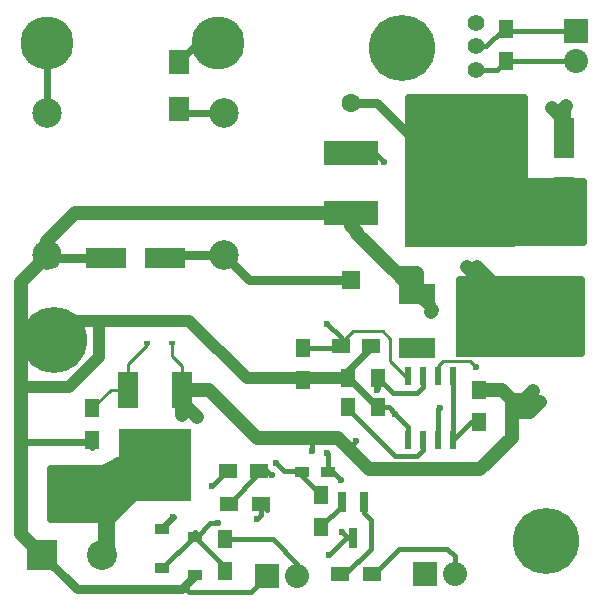
<source format=gbl>
G04 #@! TF.FileFunction,Copper,L2,Bot,Signal*
%FSLAX46Y46*%
G04 Gerber Fmt 4.6, Leading zero omitted, Abs format (unit mm)*
G04 Created by KiCad (PCBNEW 0.201603210401+6634~43~ubuntu14.04.1-product) date mån 28 mar 2016 16:54:20*
%MOMM*%
G01*
G04 APERTURE LIST*
%ADD10C,0.050000*%
%ADD11C,2.500000*%
%ADD12R,1.250000X1.500000*%
%ADD13R,1.500000X1.250000*%
%ADD14R,1.600000X1.600000*%
%ADD15C,1.600000*%
%ADD16R,1.220000X0.910000*%
%ADD17R,0.590000X0.450000*%
%ADD18R,1.800860X3.500120*%
%ADD19R,3.500120X1.800860*%
%ADD20C,1.400000*%
%ADD21R,2.032000X2.032000*%
%ADD22O,2.032000X2.032000*%
%ADD23C,4.500880*%
%ADD24R,1.651000X3.048000*%
%ADD25R,6.096000X6.096000*%
%ADD26R,0.800100X1.800860*%
%ADD27R,3.048000X1.651000*%
%ADD28R,1.300000X1.500000*%
%ADD29R,1.500000X1.300000*%
%ADD30R,1.700000X2.000000*%
%ADD31R,1.200000X0.900000*%
%ADD32R,9.400000X10.800000*%
%ADD33R,4.600000X2.000000*%
%ADD34R,0.600000X1.550000*%
%ADD35R,2.540000X2.540000*%
%ADD36C,2.540000*%
%ADD37C,5.600000*%
%ADD38C,0.600000*%
%ADD39C,1.200000*%
%ADD40C,0.400000*%
%ADD41C,0.600000*%
%ADD42C,0.250000*%
%ADD43C,1.000000*%
%ADD44C,0.800000*%
%ADD45C,0.500000*%
G04 APERTURE END LIST*
D10*
D11*
X118244000Y-120808000D03*
X103244000Y-120808000D03*
X103244000Y-108808000D03*
X118244000Y-108808000D03*
D12*
X128778000Y-133711000D03*
X128778000Y-131211000D03*
X131318000Y-131211000D03*
X131318000Y-133711000D03*
D13*
X128163000Y-128524000D03*
X130663000Y-128524000D03*
D14*
X129032000Y-122936000D03*
D15*
X129032000Y-107936000D03*
D16*
X113030000Y-144034000D03*
X113030000Y-147304000D03*
X115824000Y-144669000D03*
X115824000Y-147939000D03*
D17*
X113831000Y-128270000D03*
X111721000Y-128270000D03*
D18*
X147066000Y-115910360D03*
X147066000Y-110911640D03*
D19*
X108244640Y-121031000D03*
X113243360Y-121031000D03*
D20*
X139573000Y-105124000D03*
X139573000Y-103124000D03*
X139573000Y-101124000D03*
D21*
X121920000Y-147955000D03*
D22*
X124460000Y-147955000D03*
D21*
X148082000Y-101854000D03*
D22*
X148082000Y-104394000D03*
D21*
X135255000Y-147828000D03*
D22*
X137795000Y-147828000D03*
D23*
X103251000Y-102870000D03*
X117729000Y-102870000D03*
D24*
X110109000Y-132207000D03*
D25*
X112395000Y-138557000D03*
D24*
X114681000Y-132207000D03*
D26*
X128209000Y-141754860D03*
X130109000Y-141754860D03*
X129159000Y-144757140D03*
D27*
X134620000Y-128651000D03*
D25*
X140970000Y-126365000D03*
D27*
X134620000Y-124079000D03*
D28*
X118364000Y-147527000D03*
X118364000Y-144827000D03*
X107061000Y-133778000D03*
X107061000Y-136478000D03*
D29*
X118538000Y-139065000D03*
X121238000Y-139065000D03*
X118665000Y-141859000D03*
X121365000Y-141859000D03*
D28*
X139827000Y-132254000D03*
X139827000Y-134954000D03*
X124968000Y-128698000D03*
X124968000Y-131398000D03*
X142113000Y-104347000D03*
X142113000Y-101647000D03*
X126492000Y-141144000D03*
X126492000Y-143844000D03*
D29*
X130763000Y-147828000D03*
X128063000Y-147828000D03*
D30*
X114427000Y-104426000D03*
X114427000Y-108426000D03*
D31*
X124884000Y-139192000D03*
X127084000Y-139192000D03*
D32*
X138182000Y-114681000D03*
D33*
X129032000Y-112141000D03*
X129032000Y-117221000D03*
D34*
X137668000Y-136431000D03*
X136398000Y-136431000D03*
X135128000Y-136431000D03*
X133858000Y-136431000D03*
X133858000Y-131031000D03*
X135128000Y-131031000D03*
X136398000Y-131031000D03*
X137668000Y-131031000D03*
D35*
X102870000Y-146177000D03*
D36*
X107950000Y-146177000D03*
D37*
X145542000Y-145034000D03*
X133350000Y-103251000D03*
X103886000Y-128016000D03*
D38*
X145034000Y-133223000D03*
X144399000Y-132334000D03*
X131191000Y-132207000D03*
X129413000Y-136525000D03*
X125730000Y-137414000D03*
X114681000Y-134366000D03*
X115951000Y-134493000D03*
X113919000Y-143002000D03*
X134620000Y-122301000D03*
X135763000Y-125603000D03*
X128270000Y-144272000D03*
X127127000Y-146177000D03*
X132715000Y-134239000D03*
X121031000Y-143129000D03*
X127000000Y-126619000D03*
X139573000Y-130302000D03*
X117729000Y-143510000D03*
X147193000Y-108204000D03*
X146050000Y-108331000D03*
X135194000Y-128590000D03*
X136525000Y-133731000D03*
X117221000Y-140335000D03*
X138811000Y-121793000D03*
X139700000Y-121793000D03*
X122301000Y-139446000D03*
X127000000Y-137541000D03*
X128143000Y-139827000D03*
X131826000Y-112903000D03*
X122682000Y-138430000D03*
D39*
X142621000Y-134112000D02*
X144145000Y-134112000D01*
X144145000Y-134112000D02*
X145034000Y-133223000D01*
X142621000Y-133096000D02*
X143637000Y-133096000D01*
X143637000Y-133096000D02*
X144399000Y-132334000D01*
D40*
X131318000Y-132080000D02*
X131318000Y-131211000D01*
X131191000Y-132207000D02*
X131318000Y-132080000D01*
X129413000Y-136525000D02*
X128778000Y-137160000D01*
X128778000Y-137160000D02*
X128905000Y-137033000D01*
X128905000Y-137033000D02*
X128905000Y-137287000D01*
X125730000Y-137414000D02*
X125730000Y-136271000D01*
X132207000Y-138938000D02*
X132207000Y-139065000D01*
X132207000Y-139065000D02*
X132207000Y-138938000D01*
D39*
X114681000Y-132207000D02*
X114681000Y-134366000D01*
X115951000Y-134493000D02*
X114681000Y-133223000D01*
X114681000Y-133223000D02*
X114681000Y-132207000D01*
D41*
X113030000Y-144034000D02*
X113030000Y-143891000D01*
X113030000Y-143891000D02*
X113919000Y-143002000D01*
D39*
X114681000Y-132207000D02*
X116967000Y-132207000D01*
X121031000Y-136271000D02*
X125730000Y-136271000D01*
X116967000Y-132207000D02*
X121031000Y-136271000D01*
X125730000Y-136271000D02*
X127889000Y-136271000D01*
X130556000Y-138938000D02*
X132207000Y-138938000D01*
X127889000Y-136271000D02*
X128905000Y-137287000D01*
X128905000Y-137287000D02*
X130556000Y-138938000D01*
X141779000Y-132254000D02*
X139827000Y-132254000D01*
X142621000Y-133096000D02*
X141779000Y-132254000D01*
X142621000Y-136271000D02*
X142621000Y-134112000D01*
X142621000Y-134112000D02*
X142621000Y-133096000D01*
X132207000Y-138938000D02*
X139954000Y-138938000D01*
X139954000Y-138938000D02*
X142621000Y-136271000D01*
D40*
X135128000Y-131031000D02*
X135128000Y-131953000D01*
X135128000Y-131953000D02*
X134620000Y-132461000D01*
X134620000Y-132461000D02*
X132568000Y-132461000D01*
X132568000Y-132461000D02*
X131318000Y-131211000D01*
D42*
X114681000Y-132207000D02*
X114681000Y-130175000D01*
X113831000Y-129325000D02*
X113831000Y-128270000D01*
X114681000Y-130175000D02*
X113831000Y-129325000D01*
D40*
X141383000Y-105124000D02*
X139573000Y-105124000D01*
X142113000Y-104394000D02*
X141383000Y-105124000D01*
X142113000Y-104347000D02*
X142113000Y-104394000D01*
X148082000Y-104394000D02*
X142160000Y-104394000D01*
X142160000Y-104394000D02*
X142113000Y-104347000D01*
X124460000Y-147955000D02*
X124460000Y-146939000D01*
X124460000Y-146939000D02*
X122348000Y-144827000D01*
X122348000Y-144827000D02*
X118364000Y-144827000D01*
D39*
X134620000Y-122301000D02*
X133096000Y-122301000D01*
X133096000Y-122301000D02*
X132969000Y-122428000D01*
X134620000Y-122301000D02*
X134620000Y-124079000D01*
D43*
X135763000Y-125603000D02*
X135763000Y-125222000D01*
X135763000Y-125222000D02*
X134620000Y-124079000D01*
D39*
X135890000Y-125476000D02*
X135763000Y-125603000D01*
X134620000Y-124079000D02*
X132969000Y-122428000D01*
X132969000Y-122428000D02*
X129540000Y-118999000D01*
X129032000Y-118364000D02*
X129032000Y-117221000D01*
X129540000Y-118872000D02*
X129032000Y-118364000D01*
X129540000Y-118999000D02*
X129540000Y-118872000D01*
X135382000Y-124079000D02*
X134620000Y-124079000D01*
X129032000Y-117221000D02*
X129032000Y-117729000D01*
D40*
X142113000Y-101647000D02*
X141939000Y-101647000D01*
X141939000Y-101647000D02*
X140462000Y-103124000D01*
X140462000Y-103124000D02*
X139573000Y-103124000D01*
X148082000Y-101854000D02*
X142320000Y-101854000D01*
X142320000Y-101854000D02*
X142113000Y-101647000D01*
X128755140Y-144757140D02*
X129159000Y-144757140D01*
X128270000Y-144272000D02*
X128755140Y-144757140D01*
X133858000Y-136431000D02*
X133858000Y-135382000D01*
X133858000Y-135382000D02*
X132715000Y-134239000D01*
D43*
X107696000Y-126365000D02*
X107696000Y-129413000D01*
X105156000Y-131953000D02*
X101092000Y-131953000D01*
X107696000Y-129413000D02*
X105156000Y-131953000D01*
X128778000Y-131211000D02*
X124714000Y-131211000D01*
X124714000Y-131211000D02*
X120162000Y-131211000D01*
X115316000Y-126365000D02*
X107696000Y-126365000D01*
X107696000Y-126365000D02*
X105537000Y-126365000D01*
X120162000Y-131211000D02*
X115316000Y-126365000D01*
X105537000Y-126365000D02*
X103886000Y-128016000D01*
D41*
X130663000Y-128524000D02*
X130663000Y-128671000D01*
X130663000Y-128671000D02*
X128778000Y-130556000D01*
X128778000Y-130556000D02*
X128778000Y-131211000D01*
X131318000Y-133711000D02*
X131278000Y-133711000D01*
X131278000Y-133711000D02*
X128778000Y-131211000D01*
D40*
X129159000Y-144757140D02*
X128546860Y-144757140D01*
X128546860Y-144757140D02*
X127127000Y-146177000D01*
X129159000Y-144907000D02*
X129159000Y-144757140D01*
D41*
X107061000Y-136478000D02*
X107061000Y-137033000D01*
X107061000Y-137033000D02*
X106680000Y-136652000D01*
X106680000Y-136652000D02*
X101092000Y-136652000D01*
X101092000Y-136652000D02*
X101219000Y-136652000D01*
X101219000Y-136652000D02*
X101092000Y-136652000D01*
D44*
X108244640Y-121031000D02*
X103467000Y-121031000D01*
X103467000Y-121031000D02*
X103244000Y-120808000D01*
D39*
X103886000Y-128016000D02*
X101346000Y-128016000D01*
X101346000Y-128016000D02*
X101092000Y-127762000D01*
X103244000Y-120808000D02*
X103244000Y-120911000D01*
X103244000Y-120911000D02*
X101092000Y-123063000D01*
X101092000Y-144399000D02*
X102870000Y-146177000D01*
X101092000Y-123063000D02*
X101092000Y-127762000D01*
X101092000Y-127762000D02*
X101092000Y-131953000D01*
X101092000Y-131953000D02*
X101092000Y-136652000D01*
X101092000Y-136652000D02*
X101092000Y-144399000D01*
X129032000Y-117221000D02*
X105664000Y-117221000D01*
X105664000Y-117221000D02*
X103244000Y-119641000D01*
X103244000Y-119641000D02*
X103244000Y-120808000D01*
X134620000Y-124079000D02*
X134112000Y-124079000D01*
D40*
X131318000Y-133711000D02*
X132187000Y-133711000D01*
X132187000Y-133711000D02*
X132715000Y-134239000D01*
D44*
X134620000Y-124079000D02*
X134366000Y-124079000D01*
D40*
X121365000Y-141859000D02*
X121365000Y-142795000D01*
X121365000Y-142795000D02*
X121031000Y-143129000D01*
X121920000Y-142414000D02*
X121365000Y-141859000D01*
X114665000Y-149098000D02*
X115062000Y-149098000D01*
X120523000Y-149352000D02*
X121920000Y-147955000D01*
X115316000Y-149352000D02*
X120523000Y-149352000D01*
X115062000Y-149098000D02*
X115316000Y-149352000D01*
D44*
X102870000Y-146177000D02*
X105791000Y-149098000D01*
X114665000Y-149098000D02*
X115824000Y-147939000D01*
X105791000Y-149098000D02*
X114665000Y-149098000D01*
X103467000Y-121031000D02*
X103244000Y-120808000D01*
X103886000Y-121450000D02*
X103244000Y-120808000D01*
X102870000Y-146177000D02*
X102616000Y-146177000D01*
X102616000Y-146177000D02*
X101727000Y-145288000D01*
D40*
X128778000Y-133711000D02*
X128778000Y-133858000D01*
X128778000Y-133858000D02*
X130302000Y-135382000D01*
X130302000Y-135382000D02*
X130302000Y-135382000D01*
X130302000Y-135382000D02*
X132715000Y-137795000D01*
X132715000Y-137795000D02*
X134620000Y-137795000D01*
X134620000Y-137795000D02*
X135128000Y-137287000D01*
X135128000Y-137287000D02*
X135128000Y-136431000D01*
X124968000Y-128698000D02*
X127989000Y-128698000D01*
X127989000Y-128698000D02*
X128163000Y-128524000D01*
X128163000Y-128524000D02*
X128163000Y-127782000D01*
X128163000Y-127782000D02*
X127000000Y-126619000D01*
D42*
X128163000Y-128524000D02*
X128163000Y-128250000D01*
X128163000Y-128250000D02*
X129159000Y-127254000D01*
X132334000Y-127889000D02*
X132334000Y-129794000D01*
X131699000Y-127254000D02*
X132334000Y-127889000D01*
X129159000Y-127254000D02*
X131699000Y-127254000D01*
X133858000Y-131031000D02*
X133571000Y-131031000D01*
X133571000Y-131031000D02*
X132334000Y-129794000D01*
D44*
X129032000Y-122936000D02*
X120372000Y-122936000D01*
X120372000Y-122936000D02*
X118244000Y-120808000D01*
X118244000Y-120808000D02*
X113466360Y-120808000D01*
X113466360Y-120808000D02*
X113243360Y-121031000D01*
X147066000Y-115910360D02*
X139411360Y-115910360D01*
X139411360Y-115910360D02*
X138182000Y-114681000D01*
X138182000Y-114681000D02*
X137922000Y-114681000D01*
X137922000Y-114681000D02*
X131177000Y-107936000D01*
X131177000Y-107936000D02*
X129032000Y-107936000D01*
X139411360Y-115910360D02*
X138182000Y-114681000D01*
D42*
X136398000Y-131031000D02*
X136398000Y-130175000D01*
X139065000Y-129794000D02*
X139573000Y-130302000D01*
X136779000Y-129794000D02*
X139065000Y-129794000D01*
X136398000Y-130175000D02*
X136779000Y-129794000D01*
D40*
X117094000Y-143510000D02*
X115935000Y-144669000D01*
X117729000Y-143510000D02*
X117094000Y-143510000D01*
X115935000Y-144669000D02*
X115824000Y-144669000D01*
X115824000Y-144272000D02*
X115824000Y-144669000D01*
X115824000Y-144669000D02*
X115665000Y-144669000D01*
X115665000Y-144669000D02*
X113030000Y-147304000D01*
X118364000Y-147527000D02*
X118364000Y-147209000D01*
X118364000Y-147209000D02*
X115824000Y-144669000D01*
D39*
X147066000Y-108331000D02*
X147193000Y-108204000D01*
X147066000Y-110911640D02*
X147066000Y-108331000D01*
X146050000Y-108331000D02*
X147066000Y-109347000D01*
X147066000Y-109347000D02*
X147066000Y-110911640D01*
D40*
X135194000Y-128590000D02*
X135133000Y-128651000D01*
X135133000Y-128651000D02*
X134620000Y-128651000D01*
X134620000Y-128016000D02*
X134620000Y-128651000D01*
X135636000Y-128651000D02*
X134620000Y-128651000D01*
X136398000Y-136431000D02*
X136398000Y-133858000D01*
X136398000Y-133858000D02*
X136525000Y-133731000D01*
X117221000Y-140335000D02*
X118491000Y-139065000D01*
X118491000Y-139065000D02*
X118538000Y-139065000D01*
X130763000Y-147828000D02*
X130937000Y-147828000D01*
X130937000Y-147828000D02*
X133096000Y-145669000D01*
X133096000Y-145669000D02*
X137160000Y-145669000D01*
X137160000Y-145669000D02*
X137795000Y-146304000D01*
X137795000Y-146304000D02*
X137795000Y-147828000D01*
D41*
X103251000Y-102870000D02*
X103251000Y-108801000D01*
X103251000Y-108801000D02*
X103244000Y-108808000D01*
X117729000Y-102870000D02*
X115983000Y-102870000D01*
X115983000Y-102870000D02*
X114427000Y-104426000D01*
D44*
X112395000Y-138557000D02*
X112395000Y-139446000D01*
X112395000Y-139446000D02*
X108585000Y-143256000D01*
X108585000Y-143256000D02*
X108585000Y-145542000D01*
X108585000Y-145542000D02*
X107950000Y-146177000D01*
X107950000Y-146177000D02*
X107950000Y-143002000D01*
X107950000Y-143002000D02*
X112395000Y-138557000D01*
D40*
X126492000Y-143844000D02*
X126492000Y-143764000D01*
X126492000Y-143764000D02*
X128209000Y-142047000D01*
X128209000Y-142047000D02*
X128209000Y-141754860D01*
X130109000Y-141754860D02*
X130109000Y-142682000D01*
X130683000Y-145669000D02*
X128524000Y-147828000D01*
X130683000Y-143256000D02*
X130683000Y-145669000D01*
X130109000Y-142682000D02*
X130683000Y-143256000D01*
X128524000Y-147828000D02*
X128063000Y-147828000D01*
D39*
X138811000Y-121793000D02*
X140970000Y-123952000D01*
X140970000Y-123952000D02*
X140970000Y-126365000D01*
X140970000Y-123063000D02*
X140970000Y-126365000D01*
X139700000Y-121793000D02*
X140970000Y-123063000D01*
D40*
X121238000Y-139065000D02*
X121238000Y-139286000D01*
X121238000Y-139286000D02*
X118665000Y-141859000D01*
X121238000Y-139065000D02*
X121920000Y-139065000D01*
X121920000Y-139065000D02*
X122301000Y-139446000D01*
X118665000Y-141859000D02*
X118665000Y-141638000D01*
X127084000Y-137625000D02*
X127084000Y-139192000D01*
X127000000Y-137541000D02*
X127084000Y-137625000D01*
X127084000Y-139192000D02*
X127508000Y-139192000D01*
X127508000Y-139192000D02*
X128143000Y-139827000D01*
X137668000Y-131031000D02*
X137668000Y-136431000D01*
X139827000Y-134954000D02*
X139145000Y-134954000D01*
X139145000Y-134954000D02*
X137668000Y-136431000D01*
X131826000Y-112903000D02*
X131064000Y-112141000D01*
X131064000Y-112141000D02*
X129032000Y-112141000D01*
X129032000Y-112141000D02*
X130429000Y-112141000D01*
X123698000Y-139108000D02*
X123360000Y-139108000D01*
X123360000Y-139108000D02*
X122682000Y-138430000D01*
X123698000Y-139108000D02*
X124456000Y-139108000D01*
X124456000Y-139108000D02*
X126492000Y-141144000D01*
D41*
X118244000Y-108808000D02*
X114809000Y-108808000D01*
X114809000Y-108808000D02*
X114427000Y-108426000D01*
D42*
X110109000Y-132207000D02*
X108632000Y-132207000D01*
X108632000Y-132207000D02*
X107061000Y-133778000D01*
X111721000Y-128270000D02*
X111721000Y-128436000D01*
X111721000Y-128436000D02*
X110109000Y-130048000D01*
X110109000Y-130048000D02*
X110109000Y-132207000D01*
D45*
G36*
X143768000Y-114300000D02*
X143787030Y-114395671D01*
X143841223Y-114476777D01*
X143922329Y-114530970D01*
X144018000Y-114550000D01*
X148721000Y-114550000D01*
X148721000Y-119765000D01*
X133978537Y-119765000D01*
X133856488Y-107438000D01*
X143768000Y-107438000D01*
X143768000Y-114300000D01*
X143768000Y-114300000D01*
G37*
X143768000Y-114300000D02*
X143787030Y-114395671D01*
X143841223Y-114476777D01*
X143922329Y-114530970D01*
X144018000Y-114550000D01*
X148721000Y-114550000D01*
X148721000Y-119765000D01*
X133978537Y-119765000D01*
X133856488Y-107438000D01*
X143768000Y-107438000D01*
X143768000Y-114300000D01*
G36*
X148594000Y-129163000D02*
X138172000Y-129163000D01*
X138172000Y-122805000D01*
X148594000Y-122805000D01*
X148594000Y-129163000D01*
X148594000Y-129163000D01*
G37*
X148594000Y-129163000D02*
X138172000Y-129163000D01*
X138172000Y-122805000D01*
X148594000Y-122805000D01*
X148594000Y-129163000D01*
G36*
X110578356Y-141424625D02*
X108857693Y-143260000D01*
X103501000Y-143260000D01*
X103501000Y-138807000D01*
X108077000Y-138807000D01*
X108205624Y-138771373D01*
X109226900Y-138158607D01*
X110578356Y-141424625D01*
X110578356Y-141424625D01*
G37*
X110578356Y-141424625D02*
X108857693Y-143260000D01*
X103501000Y-143260000D01*
X103501000Y-138807000D01*
X108077000Y-138807000D01*
X108205624Y-138771373D01*
X109226900Y-138158607D01*
X110578356Y-141424625D01*
M02*

</source>
